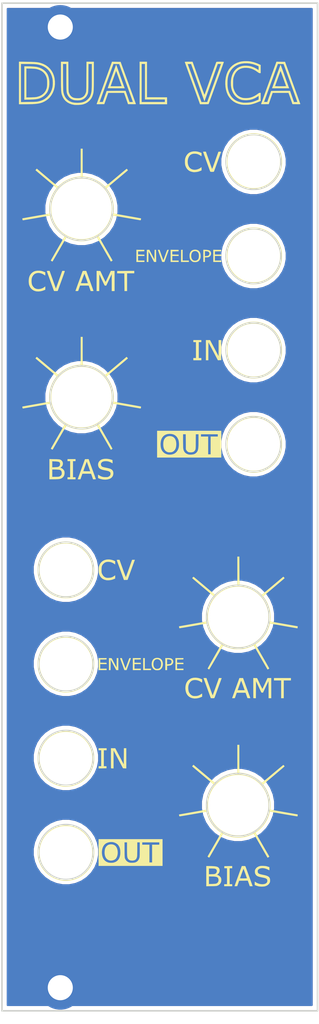
<source format=kicad_pcb>
(kicad_pcb (version 20171130) (host pcbnew "(5.1.8)-1")
  (layers (0 F.Cu signal) (31 B.Cu signal) (34 B.Paste user) (35 F.Paste user) (36 B.SilkS user) (37 F.SilkS user) (38 B.Mask user) (39 F.Mask user) (44 Edge.Cuts user))
  (net 0 "")
  (net 1 GND)
  (module MountingHole:MountingHole_3.2mm_M3_DIN965_Pad (layer F.Cu) (at 62.2 41.7)
    (fp_text reference H2 hide)
    (fp_text value MountingHole_Pad)
    (pad 1 thru_hole circle (at 0 0) (size 5.6 5.6) (drill 3.2) (layers *.Cu *.Mask) (net 1 GND))
  )
  (module MountingHole:MountingHole_3.2mm_M3_DIN965_Pad (layer F.Cu) (at 62.2 164.2)
    (fp_text reference H1 hide)
    (fp_text value MountingHole_Pad)
    (pad 1 thru_hole circle (at 0 0) (size 5.6 5.6) (drill 3.2) (layers *.Cu *.Mask) (net 1 GND))
  )
  (module VCA:Panel_graphics_footprint (layer F.Cu) (at 74.9 102.9)
    (fp_text reference G*** hide)
    (fp_text value LOGO hide)
  )
  (gr_circle (center 84.9 116.899999) (end 88.9 116.899999) (layer Edge.Cuts) (width 0.2))
  (gr_circle (center 86.88 82.899999) (end 90.38 82.899999) (layer Edge.Cuts) (width 0.2))
  (gr_line (start 95.05 167.149999) (end 54.75 167.149999) (layer Edge.Cuts) (width 0.2))
  (gr_circle (center 86.88 94.899999) (end 90.38 94.899999) (layer Edge.Cuts) (width 0.2))
  (gr_circle (center 64.9 88.899999) (end 68.899999 88.899999) (layer Edge.Cuts) (width 0.2))
  (gr_circle (center 64.9 64.899999) (end 68.9 64.899999) (layer Edge.Cuts) (width 0.2))
  (gr_line (start 54.75 167.149999) (end 54.75 38.649999) (layer Edge.Cuts) (width 0.2))
  (gr_line (start 54.75 38.649999) (end 95.05 38.649999) (layer Edge.Cuts) (width 0.2))
  (gr_circle (center 86.88 58.899999) (end 90.38 58.899999) (layer Edge.Cuts) (width 0.2))
  (gr_circle (center 84.9 140.899999) (end 88.9 140.899999) (layer Edge.Cuts) (width 0.2))
  (gr_circle (center 86.88 70.899999) (end 90.38 70.899999) (layer Edge.Cuts) (width 0.2))
  (gr_circle (center 62.92 122.899999) (end 66.42 122.899999) (layer Edge.Cuts) (width 0.2))
  (gr_circle (center 62.92 146.899999) (end 66.42 146.899999) (layer Edge.Cuts) (width 0.2))
  (gr_circle (center 62.92 110.899999) (end 66.42 110.899999) (layer Edge.Cuts) (width 0.2))
  (gr_line (start 95.05 38.649999) (end 95.05 167.149999) (layer Edge.Cuts) (width 0.2))
  (gr_circle (center 62.92 134.899999) (end 66.42 134.899999) (layer Edge.Cuts) (width 0.2))
  (zone (net 1) (net_name GND) (layer F.Cu) (connect_pads yes (clearance 0.508)) (min_thickness 0.254) (fill yes (arc_segments 32) (thermal_gap 0.508) (thermal_bridge_width 0.508))
    (polygon (pts (xy 95.25 167.25) (xy 54.5 167.25) (xy 54.5 38.25) (xy 95.25 38.25)))
  )
  (zone (net 1) (net_name GND) (layer B.Cu) (connect_pads yes (clearance 0.508)) (min_thickness 0.254) (fill yes (arc_segments 32) (thermal_gap 0.508) (thermal_bridge_width 0.508))
    (polygon (pts (xy 95.25 167.25) (xy 54.5 167.25) (xy 54.5 38.25) (xy 95.25 38.25)))
  )
)
</source>
